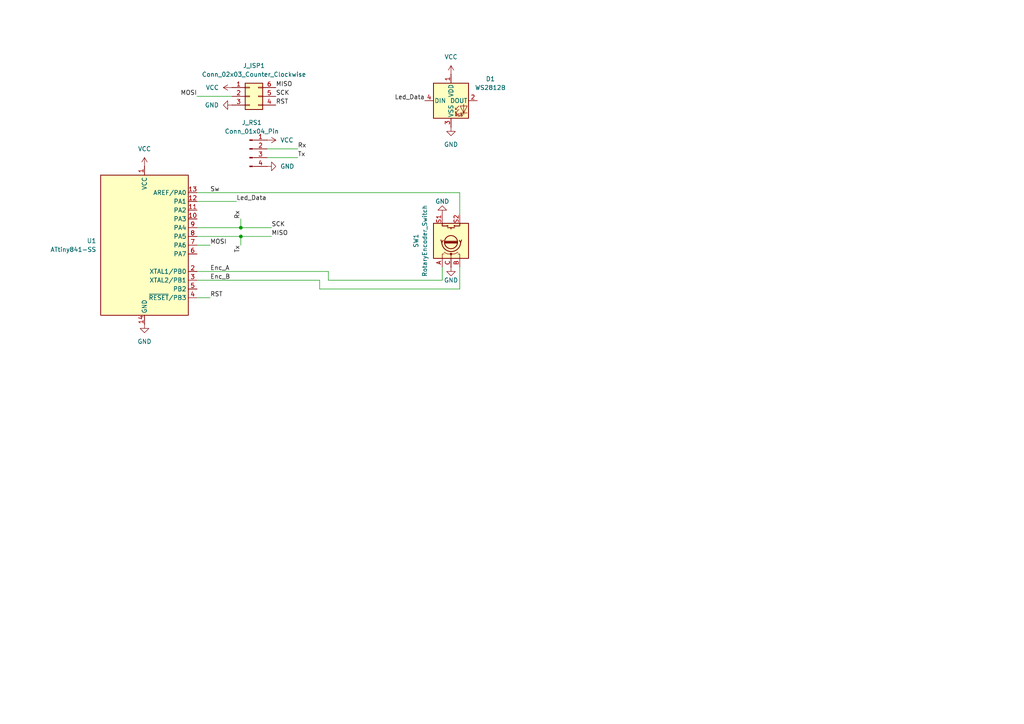
<source format=kicad_sch>
(kicad_sch (version 20231120) (generator "eeschema") (generator_version "8.0")
  (paper "A4")
  (lib_symbols
    (symbol "Connector:Conn_01x04_Pin" (pin_names (offset 1.016) hide)
      (property "Reference" "J" (at 0 5.08 0))
      (property "Value" "Conn_01x04_Pin" (at 0 -7.62 0))
      (symbol "Conn_01x04_Pin_1_1"
        (polyline (pts (xy 1.27 -5.08) (xy 0.8636 -5.08)) (stroke (width 0.1524)))
        (polyline (pts (xy 1.27 -2.54) (xy 0.8636 -2.54)) (stroke (width 0.1524)))
        (polyline (pts (xy 1.27 0) (xy 0.8636 0)) (stroke (width 0.1524)))
        (polyline (pts (xy 1.27 2.54) (xy 0.8636 2.54)) (stroke (width 0.1524)))
        (rectangle (start 0.8636 -4.953) (end 0 -5.207) (stroke (width 0.1524)) (fill (type outline)))
        (rectangle (start 0.8636 -2.413) (end 0 -2.667) (stroke (width 0.1524)) (fill (type outline)))
        (rectangle (start 0.8636 0.127) (end 0 -0.127) (stroke (width 0.1524)) (fill (type outline)))
        (rectangle (start 0.8636 2.667) (end 0 2.413) (stroke (width 0.1524)) (fill (type outline)))
        (pin passive line (at 5.08 2.54 180) (length 3.81) (name "Pin_1") (number "1"))
        (pin passive line (at 5.08 0 180) (length 3.81) (name "Pin_2") (number "2"))
        (pin passive line (at 5.08 -2.54 180) (length 3.81) (name "Pin_3") (number "3"))
        (pin passive line (at 5.08 -5.08 180) (length 3.81) (name "Pin_4") (number "4"))
      )
    )
    (symbol "Connector_Generic:Conn_02x03_Counter_Clockwise" (pin_names (offset 1.016) hide)
      (property "Reference" "J" (at 1.27 5.08 0))
      (property "Value" "Conn_02x03_Counter_Clockwise" (at 1.27 -5.08 0))
      (symbol "Conn_02x03_Counter_Clockwise_1_1"
        (rectangle (start -1.27 -2.413) (end 0 -2.667) (stroke (width 0.1524)))
        (rectangle (start -1.27 0.127) (end 0 -0.127) (stroke (width 0.1524)))
        (rectangle (start -1.27 2.667) (end 0 2.413) (stroke (width 0.1524)))
        (rectangle (start -1.27 3.81) (end 3.81 -3.81) (stroke (width 0.254)) (fill (type background)))
        (rectangle (start 3.81 -2.413) (end 2.54 -2.667) (stroke (width 0.1524)))
        (rectangle (start 3.81 0.127) (end 2.54 -0.127) (stroke (width 0.1524)))
        (rectangle (start 3.81 2.667) (end 2.54 2.413) (stroke (width 0.1524)))
        (pin passive line (at -5.08 2.54 0) (length 3.81) (name "Pin_1") (number "1"))
        (pin passive line (at -5.08 0 0) (length 3.81) (name "Pin_2") (number "2"))
        (pin passive line (at -5.08 -2.54 0) (length 3.81) (name "Pin_3") (number "3"))
        (pin passive line (at 7.62 -2.54 180) (length 3.81) (name "Pin_4") (number "4"))
        (pin passive line (at 7.62 0 180) (length 3.81) (name "Pin_5") (number "5"))
        (pin passive line (at 7.62 2.54 180) (length 3.81) (name "Pin_6") (number "6"))
      )
    )
    (symbol "Device:RotaryEncoder_Switch" (pin_names (offset 0.254) hide)
      (property "Reference" "SW" (at 0 6.604 0))
      (property "Value" "RotaryEncoder_Switch" (at 0 -6.604 0))
      (symbol "RotaryEncoder_Switch_0_1"
        (rectangle (start -5.08 5.08) (end 5.08 -5.08) (stroke (width 0.254)) (fill (type background)))
        (circle (center -3.81 0) (radius 0.254) (fill (type outline)))
        (circle (center -0.381 0) (radius 1.905) (stroke (width 0.254)))
        (arc (start -0.381 2.667) (mid -3.0988 -0.0635) (end -0.381 -2.794) (stroke (width 0.254)))
        (polyline (pts (xy -0.635 -1.778) (xy -0.635 1.778)) (stroke (width 0.254)))
        (polyline (pts (xy -0.381 -1.778) (xy -0.381 1.778)) (stroke (width 0.254)))
        (polyline (pts (xy -0.127 1.778) (xy -0.127 -1.778)) (stroke (width 0.254)))
        (polyline (pts (xy 3.81 0) (xy 3.429 0)) (stroke (width 0.254)))
        (polyline (pts (xy 3.81 1.016) (xy 3.81 -1.016)) (stroke (width 0.254)))
        (polyline (pts (xy -5.08 -2.54) (xy -3.81 -2.54) (xy -3.81 -2.032)))
        (polyline (pts (xy -5.08 2.54) (xy -3.81 2.54) (xy -3.81 2.032)))
        (polyline (pts (xy 0.254 -3.048) (xy -0.508 -2.794) (xy 0.127 -2.413)) (stroke (width 0.254)))
        (polyline (pts (xy 0.254 2.921) (xy -0.508 2.667) (xy 0.127 2.286)) (stroke (width 0.254)))
        (polyline (pts (xy 5.08 -2.54) (xy 4.318 -2.54) (xy 4.318 -1.016)) (stroke (width 0.254)))
        (polyline (pts (xy 5.08 2.54) (xy 4.318 2.54) (xy 4.318 1.016)) (stroke (width 0.254)))
        (polyline (pts (xy -5.08 0) (xy -3.81 0) (xy -3.81 -1.016) (xy -3.302 -2.032)))
        (polyline (pts (xy -4.318 0) (xy -3.81 0) (xy -3.81 1.016) (xy -3.302 2.032)))
        (circle (center 4.318 -1.016) (radius 0.127) (stroke (width 0.254)))
        (circle (center 4.318 1.016) (radius 0.127) (stroke (width 0.254)))
      )
      (symbol "RotaryEncoder_Switch_1_1"
        (pin passive line (at -7.62 2.54 0) (length 2.54) (name "A") (number "A"))
        (pin passive line (at -7.62 -2.54 0) (length 2.54) (name "B") (number "B"))
        (pin passive line (at -7.62 0 0) (length 2.54) (name "C") (number "C"))
        (pin passive line (at 7.62 2.54 180) (length 2.54) (name "S1") (number "S1"))
        (pin passive line (at 7.62 -2.54 180) (length 2.54) (name "S2") (number "S2"))
      )
    )
    (symbol "LED:WS2812B" (pin_names (offset 0.254))
      (property "Reference" "D" (at 5.08 5.715 0))
      (property "Value" "WS2812B" (at 1.27 -5.715 0))
      (symbol "WS2812B_0_0"
        (text "RGB" (at 2.286 -4.191 0) (effects (font (size 0.762 0.762))))
      )
      (symbol "WS2812B_0_1"
        (polyline (pts (xy 1.27 -3.556) (xy 1.778 -3.556)))
        (polyline (pts (xy 1.27 -2.54) (xy 1.778 -2.54)))
        (polyline (pts (xy 4.699 -3.556) (xy 2.667 -3.556)))
        (polyline (pts (xy 2.286 -2.54) (xy 1.27 -3.556) (xy 1.27 -3.048)))
        (polyline (pts (xy 2.286 -1.524) (xy 1.27 -2.54) (xy 1.27 -2.032)))
        (polyline (pts (xy 3.683 -1.016) (xy 3.683 -3.556) (xy 3.683 -4.064)))
        (polyline (pts (xy 4.699 -1.524) (xy 2.667 -1.524) (xy 3.683 -3.556) (xy 4.699 -1.524)))
        (rectangle (start 5.08 5.08) (end -5.08 -5.08) (stroke (width 0.254)) (fill (type background)))
      )
      (symbol "WS2812B_1_1"
        (pin power_in line (at 0 7.62 270) (length 2.54) (name "VDD") (number "1"))
        (pin output line (at 7.62 0 180) (length 2.54) (name "DOUT") (number "2"))
        (pin power_in line (at 0 -7.62 90) (length 2.54) (name "VSS") (number "3"))
        (pin input line (at -7.62 0 0) (length 2.54) (name "DIN") (number "4"))
      )
    )
    (symbol "MCU_Microchip_ATtiny:ATtiny841-SS"
      (property "Reference" "U" (at -12.7 21.59 0))
      (property "Value" "ATtiny841-SS" (at 2.54 -21.59 0))
      (symbol "ATtiny841-SS_0_1"
        (rectangle (start -12.7 -20.32) (end 12.7 20.32) (stroke (width 0.254)) (fill (type background)))
      )
      (symbol "ATtiny841-SS_1_1"
        (pin power_in line (at 0 22.86 270) (length 2.54) (name "VCC") (number "1"))
        (pin bidirectional line (at 15.24 7.62 180) (length 2.54) (name "PA3") (number "10"))
        (pin bidirectional line (at 15.24 10.16 180) (length 2.54) (name "PA2") (number "11"))
        (pin bidirectional line (at 15.24 12.7 180) (length 2.54) (name "PA1") (number "12"))
        (pin bidirectional line (at 15.24 15.24 180) (length 2.54) (name "AREF/PA0") (number "13"))
        (pin power_in line (at 0 -22.86 90) (length 2.54) (name "GND") (number "14"))
        (pin bidirectional line (at 15.24 -7.62 180) (length 2.54) (name "XTAL1/PB0") (number "2"))
        (pin bidirectional line (at 15.24 -10.16 180) (length 2.54) (name "XTAL2/PB1") (number "3"))
        (pin bidirectional line (at 15.24 -15.24 180) (length 2.54) (name "~{RESET}/PB3") (number "4"))
        (pin bidirectional line (at 15.24 -12.7 180) (length 2.54) (name "PB2") (number "5"))
        (pin bidirectional line (at 15.24 -2.54 180) (length 2.54) (name "PA7") (number "6"))
        (pin bidirectional line (at 15.24 0 180) (length 2.54) (name "PA6") (number "7"))
        (pin bidirectional line (at 15.24 2.54 180) (length 2.54) (name "PA5") (number "8"))
        (pin bidirectional line (at 15.24 5.08 180) (length 2.54) (name "PA4") (number "9"))
      )
    )
    (symbol "power:GND" (power) (pin_numbers hide) (pin_names (offset 0) hide)
      (property "Value" "GND" (at 0 -3.81 0))
      (symbol "GND_0_1"
        (polyline (pts (xy 0 0) (xy 0 -1.27) (xy 1.27 -1.27) (xy 0 -2.54) (xy -1.27 -1.27) (xy 0 -1.27)))
      )
      (symbol "GND_1_1"
        (pin power_in line (at 0 0 270) (length 0) (name "~") (number "1"))
      )
    )
    (symbol "power:VCC" (power) (pin_numbers hide) (pin_names (offset 0) hide)
      (property "Value" "VCC" (at 0 3.556 0))
      (symbol "VCC_0_1"
        (polyline (pts (xy -0.762 1.27) (xy 0 2.54)))
        (polyline (pts (xy 0 0) (xy 0 2.54)))
        (polyline (pts (xy 0 2.54) (xy 0.762 1.27)))
      )
      (symbol "VCC_1_1"
        (pin power_in line (at 0 0 90) (length 0) (name "~") (number "1"))
      )
    )
  )
  (junction (at 69.85 66.04))
  (junction (at 69.85 68.58))
  (wire (pts (xy 57.15 81.28) (xy 92.71 81.28)))
  (wire (pts (xy 69.85 68.58) (xy 69.85 71.12)))
  (wire (pts (xy 133.35 55.88) (xy 133.35 62.23)))
  (wire (pts (xy 57.15 27.94) (xy 67.31 27.94)))
  (wire (pts (xy 60.96 71.12) (xy 57.15 71.12)))
  (wire (pts (xy 95.25 81.28) (xy 95.25 78.74)))
  (wire (pts (xy 86.36 45.72) (xy 77.47 45.72)))
  (wire (pts (xy 57.15 55.88) (xy 133.35 55.88)))
  (wire (pts (xy 69.85 63.5) (xy 69.85 66.04)))
  (wire (pts (xy 95.25 78.74) (xy 57.15 78.74)))
  (wire (pts (xy 69.85 66.04) (xy 78.74 66.04)))
  (wire (pts (xy 69.85 68.58) (xy 57.15 68.58)))
  (wire (pts (xy 92.71 83.82) (xy 92.71 81.28)))
  (wire (pts (xy 68.58 58.42) (xy 57.15 58.42)))
  (wire (pts (xy 60.96 86.36) (xy 57.15 86.36)))
  (wire (pts (xy 95.25 81.28) (xy 128.27 81.28)))
  (wire (pts (xy 128.27 81.28) (xy 128.27 77.47)))
  (wire (pts (xy 133.35 83.82) (xy 92.71 83.82)))
  (wire (pts (xy 69.85 68.58) (xy 78.74 68.58)))
  (wire (pts (xy 86.36 43.18) (xy 77.47 43.18)))
  (wire (pts (xy 69.85 66.04) (xy 57.15 66.04)))
  (wire (pts (xy 133.35 77.47) (xy 133.35 83.82)))
  (label "Tx" (at 69.85 71.12 270))
  (label "MOSI" (at 57.15 27.94 180))
  (label "MISO" (at 80.01 25.4 0))
  (label "SCK" (at 80.01 27.94 0))
  (label "RST" (at 60.96 86.36 0))
  (label "SCK" (at 78.74 66.04 0))
  (label "Sw" (at 60.96 55.88 0))
  (label "Led_Data" (at 123.19 29.21 180))
  (label "Rx" (at 86.36 43.18 0))
  (label "Tx" (at 86.36 45.72 0))
  (label "MISO" (at 78.74 68.58 0))
  (label "Rx" (at 69.85 63.5 90))
  (label "MOSI" (at 60.96 71.12 0))
  (label "Led_Data" (at 68.58 58.42 0))
  (label "Enc_A" (at 60.96 78.74 0))
  (label "RST" (at 80.01 30.48 0))
  (label "Enc_B" (at 60.96 81.28 0))
  (symbol (lib_id "power:GND") (at 130.81 77.47 0) (unit 1)
    (property "Reference" "#PWR010" (effects (hide yes)))
    (property "Value" "GND" (at 130.81 81.28 0))
    (property "Description" "Power symbol creates a global label with name \"GND\" , ground" (effects (hide yes)))
  )
  (symbol (lib_id "Connector_Generic:Conn_02x03_Counter_Clockwise") (at 72.39 27.94 0) (unit 1)
    (property "Reference" "J_ISP1" (at 73.66 19.05 0))
    (property "Value" "Conn_02x03_Counter_Clockwise" (at 73.66 21.59 0))
    (property "Footprint" "Connector_PinHeader_2.54mm:PinHeader_2x03_P2.54mm_Vertical" (effects (hide yes)))
    (property "Description" "Generic connector, double row, 02x03, counter clockwise pin numbering scheme (similar to DIP package numbering), script generated (kicad-library-utils/schlib/autogen/connector/)" (effects (hide yes)))
  )
  (symbol (lib_id "power:GND") (at 130.81 36.83 0) (unit 1)
    (property "Reference" "#PWR08" (effects (hide yes)))
    (property "Value" "GND" (at 130.81 41.91 0))
    (property "Description" "Power symbol creates a global label with name \"GND\" , ground" (effects (hide yes)))
  )
  (symbol (lib_id "Connector:Conn_01x04_Pin") (at 72.39 43.18 0) (unit 1)
    (property "Reference" "J_RS1" (at 73.025 35.56 0))
    (property "Value" "Conn_01x04_Pin" (at 73.025 38.1 0))
    (property "Footprint" "Connector_PinHeader_2.54mm:PinHeader_1x04_P2.54mm_Vertical" (effects (hide yes)))
    (property "Description" "Generic connector, single row, 01x04, script generated" (effects (hide yes)))
  )
  (symbol (lib_id "power:GND") (at 41.91 93.98 0) (unit 1)
    (property "Reference" "#PWR06" (effects (hide yes)))
    (property "Value" "GND" (at 41.91 99.06 0))
    (property "Description" "Power symbol creates a global label with name \"GND\" , ground" (effects (hide yes)))
  )
  (symbol (lib_id "Device:RotaryEncoder_Switch") (at 130.81 69.85 90) (unit 1)
    (property "Reference" "SW1" (at 120.65 69.85 0))
    (property "Value" "RotaryEncoder_Switch" (at 123.19 69.85 0))
    (property "Footprint" "Rotary_Encoder:RotaryEncoder_Alps_EC11E-Switch_Vertical_H20mm" (effects (hide yes)))
    (property "Description" "Rotary encoder, dual channel, incremental quadrate outputs, with switch" (effects (hide yes)))
  )
  (symbol (lib_id "power:GND") (at 77.47 48.26 90) (unit 1)
    (property "Reference" "#PWR02" (effects (hide yes)))
    (property "Value" "GND" (at 81.28 48.2599 90) (effects (justify right)))
    (property "Description" "Power symbol creates a global label with name \"GND\" , ground" (effects (hide yes)))
  )
  (symbol (lib_id "power:GND") (at 128.27 62.23 180) (unit 1)
    (property "Reference" "#PWR07" (effects (hide yes)))
    (property "Value" "GND" (at 128.27 58.42 0))
    (property "Description" "Power symbol creates a global label with name \"GND\" , ground" (effects (hide yes)))
  )
  (symbol (lib_id "power:GND") (at 67.31 30.48 270) (unit 1)
    (property "Reference" "#PWR04" (effects (hide yes)))
    (property "Value" "GND" (at 63.5 30.4801 90) (effects (justify right)))
    (property "Description" "Power symbol creates a global label with name \"GND\" , ground" (effects (hide yes)))
  )
  (symbol (lib_id "MCU_Microchip_ATtiny:ATtiny841-SS") (at 41.91 71.12 0) (unit 1)
    (property "Reference" "U1" (at 27.94 69.8499 0) (effects (justify right)))
    (property "Value" "ATtiny841-SS" (at 27.94 72.3899 0) (effects (justify right)))
    (property "Footprint" "Package_SO:SOIC-14_3.9x8.7mm_P1.27mm" (effects (hide yes)))
    (property "Datasheet" "http://ww1.microchip.com/downloads/en/DeviceDoc/Atmel-8495-8-bit-AVR-Microcontrollers-ATtiny441-ATtiny841_Datasheet.pdf" (effects (hide yes)))
    (property "Description" "16MHz, 8kB Flash, 512B SRAM, 512B EEPROM, ADC, ACI, debugWIRE, SOIC-14" (effects (hide yes)))
  )
  (symbol (lib_id "power:VCC") (at 130.81 21.59 0) (unit 1)
    (property "Reference" "#PWR09" (effects (hide yes)))
    (property "Value" "VCC" (at 130.81 16.51 0))
    (property "Description" "Power symbol creates a global label with name \"VCC\"" (effects (hide yes)))
  )
  (symbol (lib_id "power:VCC") (at 67.31 25.4 90) (unit 1)
    (property "Reference" "#PWR03" (effects (hide yes)))
    (property "Value" "VCC" (at 63.5 25.4001 90) (effects (justify left)))
    (property "Description" "Power symbol creates a global label with name \"VCC\"" (effects (hide yes)))
  )
  (symbol (lib_id "power:VCC") (at 41.91 48.26 0) (unit 1)
    (property "Reference" "#PWR05" (effects (hide yes)))
    (property "Value" "VCC" (at 41.91 43.18 0))
    (property "Description" "Power symbol creates a global label with name \"VCC\"" (effects (hide yes)))
  )
  (symbol (lib_id "power:VCC") (at 77.47 40.64 270) (unit 1)
    (property "Reference" "#PWR01" (effects (hide yes)))
    (property "Value" "VCC" (at 81.28 40.6399 90) (effects (justify left)))
    (property "Description" "Power symbol creates a global label with name \"VCC\"" (effects (hide yes)))
  )
  (symbol (lib_id "LED:WS2812B") (at 130.81 29.21 0) (unit 1)
    (property "Reference" "D1" (at 142.24 22.8914 0))
    (property "Value" "WS2812B" (at 142.24 25.4314 0))
    (property "Footprint" "LED_SMD:LED_WS2812B_PLCC4_5.0x5.0mm_P3.2mm" (effects (hide yes)))
    (property "Datasheet" "https://cdn-shop.adafruit.com/datasheets/WS2812B.pdf" (effects (hide yes)))
    (property "Description" "RGB LED with integrated controller" (effects (hide yes)))
  )
)
</source>
